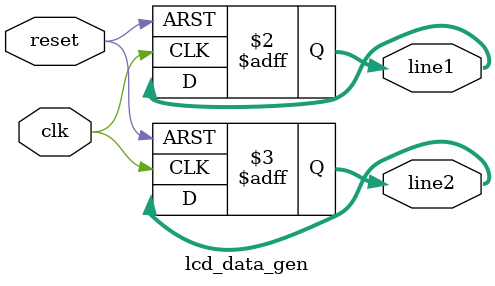
<source format=v>
module lcd_data_gen (
    input wire clk,
    input wire reset,
    output reg [15:0] line1,
    output reg [15:0] line2
);
    always @(posedge clk or posedge reset) begin
        if (reset) begin
            line1 <= 16'b1010110010101101; // "Hello World!"
            line2 <= 16'b1101101011110010; // "Welcome To LCD"
        end else begin
            // Update logic for line1 and line2 (if needed)
        end
    end
endmodule

</source>
